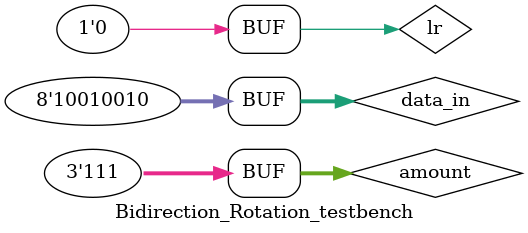
<source format=v>
`timescale 1ns / 1ps

module Bidirection_Rotation_testbench;

	// Inputs
	reg lr;
	reg [2:0] amount;
	reg [7:0] data_in;

	// Outputs
	wire [7:0] data_out;

	// Instantiate the Unit Under Test (UUT)
	Bidirection_Rotation uut (
		.data_out(data_out), 
		.lr(lr), 
		.amount(amount), 
		.data_in(data_in)
	);

		initial begin
		// Initialize Inputs and check for left rotate first
		data_in = 8'b10010010;
		
		lr = 1;
		amount = 3'b000;
		#5;
		amount = 3'b001;
		#5
		amount = 3'b010; 
		#5
		amount = 3'b011;
		#5
		amount = 3'b100;
		#5;
		amount = 3'b101;
		#5
		amount = 3'b110; 
		#5
		amount = 3'b111;
		
		#5
		lr = 0;  // Now check for right rotate
		amount = 3'b000;
		#5;
		amount = 3'b001;
		#5
		amount = 3'b010; 
		#5
		amount = 3'b011;
		#5
		amount = 3'b100;
		#5;
		amount = 3'b101;
		#5
		amount = 3'b110; 
		#5
		amount = 3'b111;
	end
    always @(data_out)
		#1 $display ("Time = %d \t data_in = %b \t amount = %d \t lr = %b \t data_out = %b",
			$time, data_in, amount, lr, data_out);
		
      
endmodule

</source>
